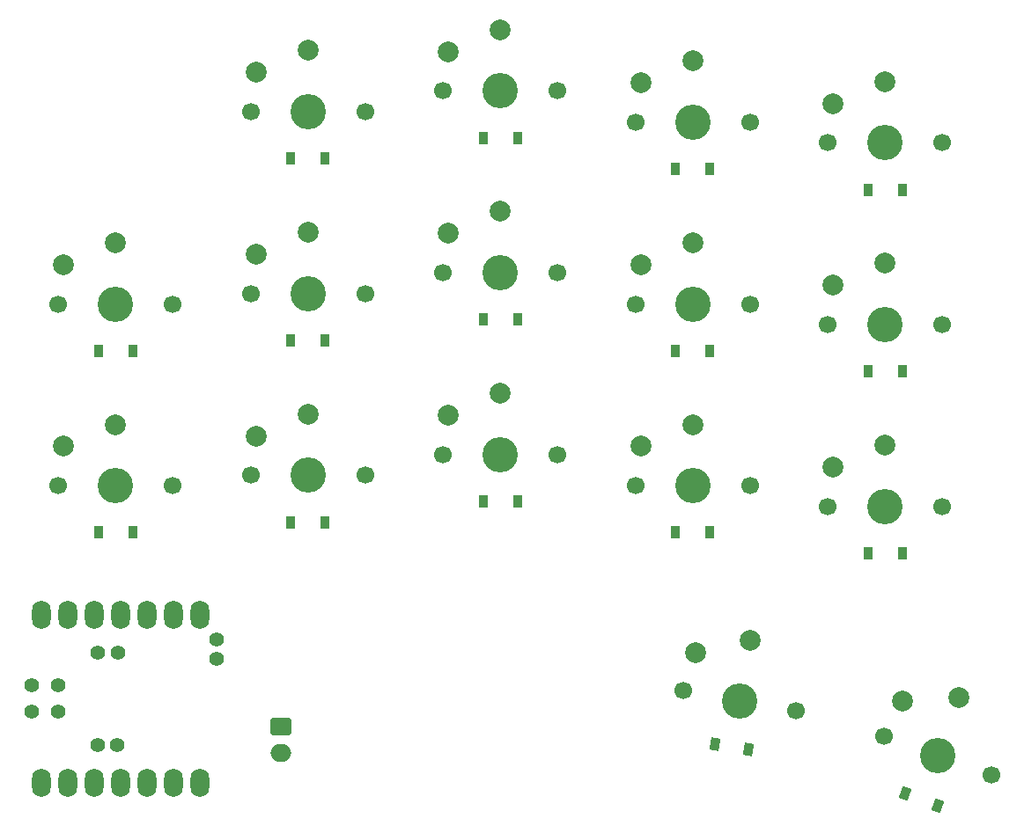
<source format=gbr>
%TF.GenerationSoftware,KiCad,Pcbnew,(6.0.7-1)-1*%
%TF.CreationDate,2022-10-31T22:34:26+08:00*%
%TF.ProjectId,kamao,6b616d61-6f2e-46b6-9963-61645f706362,rev?*%
%TF.SameCoordinates,Original*%
%TF.FileFunction,Soldermask,Top*%
%TF.FilePolarity,Negative*%
%FSLAX46Y46*%
G04 Gerber Fmt 4.6, Leading zero omitted, Abs format (unit mm)*
G04 Created by KiCad (PCBNEW (6.0.7-1)-1) date 2022-10-31 22:34:26*
%MOMM*%
%LPD*%
G01*
G04 APERTURE LIST*
G04 Aperture macros list*
%AMRoundRect*
0 Rectangle with rounded corners*
0 $1 Rounding radius*
0 $2 $3 $4 $5 $6 $7 $8 $9 X,Y pos of 4 corners*
0 Add a 4 corners polygon primitive as box body*
4,1,4,$2,$3,$4,$5,$6,$7,$8,$9,$2,$3,0*
0 Add four circle primitives for the rounded corners*
1,1,$1+$1,$2,$3*
1,1,$1+$1,$4,$5*
1,1,$1+$1,$6,$7*
1,1,$1+$1,$8,$9*
0 Add four rect primitives between the rounded corners*
20,1,$1+$1,$2,$3,$4,$5,0*
20,1,$1+$1,$4,$5,$6,$7,0*
20,1,$1+$1,$6,$7,$8,$9,0*
20,1,$1+$1,$8,$9,$2,$3,0*%
%AMRotRect*
0 Rectangle, with rotation*
0 The origin of the aperture is its center*
0 $1 length*
0 $2 width*
0 $3 Rotation angle, in degrees counterclockwise*
0 Add horizontal line*
21,1,$1,$2,0,0,$3*%
G04 Aperture macros list end*
%ADD10O,1.800000X2.750000*%
%ADD11C,1.397000*%
%ADD12C,1.700000*%
%ADD13C,3.400000*%
%ADD14C,2.000000*%
%ADD15R,0.900000X1.200000*%
%ADD16RoundRect,0.250000X-0.750000X0.600000X-0.750000X-0.600000X0.750000X-0.600000X0.750000X0.600000X0*%
%ADD17O,2.000000X1.700000*%
%ADD18RotRect,0.900000X1.200000X340.000000*%
%ADD19RotRect,0.900000X1.200000X350.000000*%
G04 APERTURE END LIST*
D10*
%TO.C,U1*%
X-8620000Y387905000D03*
X-6080000Y387905000D03*
X-3540000Y387905000D03*
X-1000000Y387905000D03*
X1540000Y387905000D03*
X4080000Y387905000D03*
X6620000Y387905000D03*
X6620000Y404095000D03*
X4080000Y404095000D03*
X1540000Y404095000D03*
X-1000000Y404095000D03*
X-3540000Y404095000D03*
X-6080000Y404095000D03*
X-8620000Y404095000D03*
D11*
X-9572000Y394730000D03*
X-9572000Y397270000D03*
X-7032000Y394730000D03*
X-7032000Y397270000D03*
X-1300000Y400400000D03*
X-1317000Y391555000D03*
X-3222000Y391555000D03*
X-3205000Y400400000D03*
X8208000Y399810000D03*
X8208000Y401715000D03*
%TD*%
D12*
%TO.C,K2*%
X4000000Y434000000D03*
D13*
X-1500000Y434000000D03*
D12*
X-7000000Y434000000D03*
D14*
X-1500000Y439900000D03*
D15*
X-3150000Y429500000D03*
D14*
X-6500000Y437800000D03*
D15*
X150000Y429500000D03*
%TD*%
D12*
%TO.C,K8*%
X78000000Y414500000D03*
X67000000Y414500000D03*
D13*
X72500000Y414500000D03*
D14*
X72500000Y420400000D03*
D15*
X70850000Y410000000D03*
X74150000Y410000000D03*
D14*
X67500000Y418300000D03*
%TD*%
D12*
%TO.C,K4*%
X11500000Y435000000D03*
D13*
X17000000Y435000000D03*
D12*
X22500000Y435000000D03*
D14*
X17000000Y440900000D03*
D15*
X15350000Y430500000D03*
X18650000Y430500000D03*
D14*
X12000000Y438800000D03*
%TD*%
D16*
%TO.C,BT1*%
X14400000Y393300000D03*
D17*
X14400000Y390800000D03*
%TD*%
D12*
%TO.C,K6*%
X67000000Y432000000D03*
X78000000Y432000000D03*
D13*
X72500000Y432000000D03*
D14*
X72500000Y437900000D03*
D15*
X70850000Y427500000D03*
X74150000Y427500000D03*
D14*
X67500000Y435800000D03*
%TD*%
D12*
%TO.C,K3*%
X4000000Y416500000D03*
D13*
X-1500000Y416500000D03*
D12*
X-7000000Y416500000D03*
D14*
X-1500000Y422400000D03*
D15*
X-3150000Y412000000D03*
X150000Y412000000D03*
D14*
X-6500000Y420300000D03*
%TD*%
D13*
%TO.C,K12*%
X17000000Y417500000D03*
D12*
X22500000Y417500000D03*
X11500000Y417500000D03*
D14*
X17000000Y423400000D03*
D15*
X15350000Y413000000D03*
X18650000Y413000000D03*
D14*
X12000000Y421300000D03*
%TD*%
D12*
%TO.C,K7*%
X72370781Y392409728D03*
X82707400Y388647506D03*
D13*
X77539091Y390528617D03*
D14*
X79557009Y396072803D03*
D18*
X74449507Y386864333D03*
D14*
X74140304Y395809549D03*
D18*
X77550493Y385735667D03*
%TD*%
D13*
%TO.C,K15*%
X35500000Y419500000D03*
D12*
X41000000Y419500000D03*
X30000000Y419500000D03*
D14*
X35500000Y425400000D03*
D15*
X33850000Y415000000D03*
D14*
X30500000Y423300000D03*
D15*
X37150000Y415000000D03*
%TD*%
D13*
%TO.C,K16*%
X54000000Y416500000D03*
D12*
X48500000Y416500000D03*
X59500000Y416500000D03*
D14*
X54000000Y422400000D03*
D15*
X52350000Y412000000D03*
X55650000Y412000000D03*
D14*
X49000000Y420300000D03*
%TD*%
D13*
%TO.C,K9*%
X35500000Y454500000D03*
D12*
X30000000Y454500000D03*
X41000000Y454500000D03*
D14*
X35500000Y460400000D03*
D15*
X33850000Y450000000D03*
D14*
X30500000Y458300000D03*
D15*
X37150000Y450000000D03*
%TD*%
D12*
%TO.C,K14*%
X59500000Y434000000D03*
D13*
X54000000Y434000000D03*
D12*
X48500000Y434000000D03*
D14*
X54000000Y439900000D03*
D15*
X52350000Y429500000D03*
D14*
X49000000Y437800000D03*
D15*
X55650000Y429500000D03*
%TD*%
D12*
%TO.C,K11*%
X63916443Y394844935D03*
X53083558Y396755065D03*
D13*
X58500001Y395800000D03*
D14*
X59524525Y401610366D03*
D19*
X56093651Y391654884D03*
X59343517Y391081846D03*
D14*
X54235825Y400410510D03*
%TD*%
D13*
%TO.C,K10*%
X35500000Y437000000D03*
D12*
X41000000Y437000000D03*
X30000000Y437000000D03*
D14*
X35500000Y442900000D03*
D15*
X33850000Y432500000D03*
D14*
X30500000Y440800000D03*
D15*
X37150000Y432500000D03*
%TD*%
D12*
%TO.C,K5*%
X67000000Y449500000D03*
X78000000Y449500000D03*
D13*
X72500000Y449500000D03*
D14*
X72500000Y455400000D03*
D15*
X70850000Y445000000D03*
X74150000Y445000000D03*
D14*
X67500000Y453300000D03*
%TD*%
D12*
%TO.C,K13*%
X48500000Y451500000D03*
D13*
X54000000Y451500000D03*
D12*
X59500000Y451500000D03*
D14*
X54000000Y457400000D03*
D15*
X52350000Y447000000D03*
D14*
X49000000Y455300000D03*
D15*
X55650000Y447000000D03*
%TD*%
D13*
%TO.C,K1*%
X17000000Y452500000D03*
D12*
X22500000Y452500000D03*
X11500000Y452500000D03*
D14*
X17000000Y458400000D03*
D15*
X15350000Y448000000D03*
X18650000Y448000000D03*
D14*
X12000000Y456300000D03*
%TD*%
M02*

</source>
